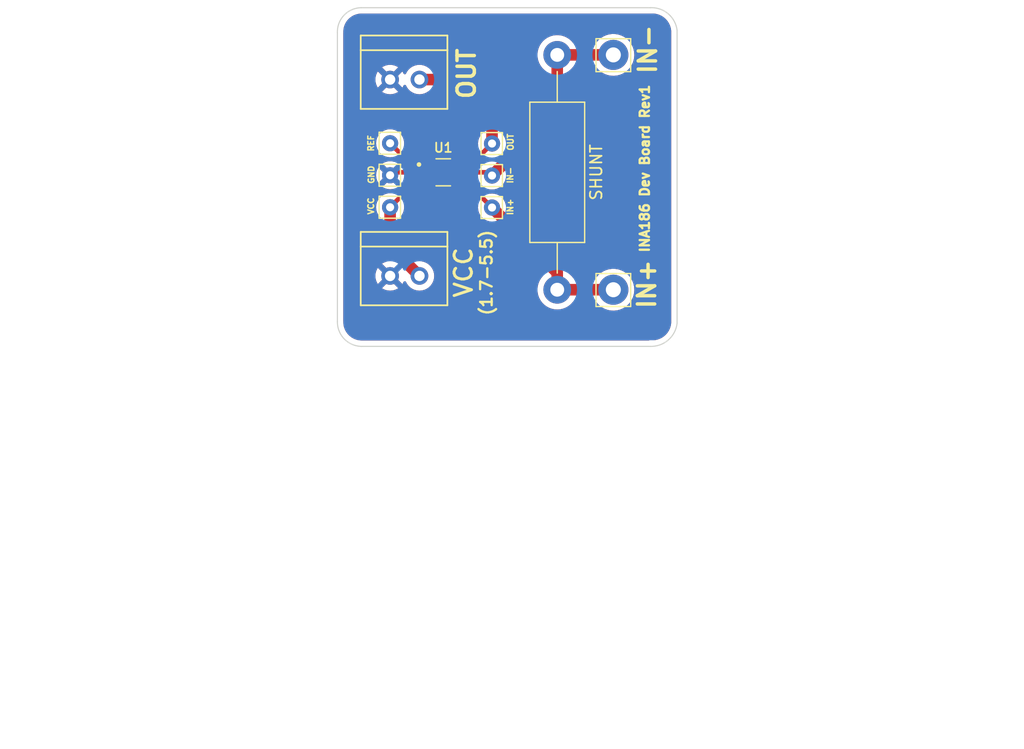
<source format=kicad_pcb>
(kicad_pcb (version 20211014) (generator pcbnew)
  (layers (0 "F.Cu" signal) (31 "B.Cu" signal) (34 "B.Paste" user) (35 "F.Paste" user) (36 "B.SilkS" user "B.Silkscreen") (37 "F.SilkS" user "F.Silkscreen") (38 "B.Mask" user) (39 "F.Mask" user) (44 "Edge.Cuts" user))
  (net 0 "")
  (net 1 "REF")
  (net 2 "GND")
  (net 3 "VCC")
  (net 4 "OUT")
  (net 5 "Net-(U1-Pad5)")
  (net 6 "Net-(U1-Pad4)")
  (net 7 "Net-(R1-Pad1)")
  (net 8 "Net-(R1-Pad2)")
  (footprint "Connector_Pin:Pin_D1.3mm_L11.3mm_W2.8mm_Flat" (layer "F.Cu") (at 74.1934 44.7548)
    (fp_text reference "" (at 0 2.25) (layer "F.SilkS"))
    (fp_text value "")
    (fp_line (start -1.5 -1.4) (end 1.5 -1.4) (layer "F.SilkS") (width 0.12))
    (fp_line (start -1.5 1.45) (end 1.5 1.45) (layer "F.SilkS") (width 0.12))
    (fp_line (start -1.5 -1.4) (end -1.5 1.45) (layer "F.SilkS") (width 0.12))
    (fp_line (start 1.5 -1.4) (end 1.5 1.45) (layer "F.SilkS") (width 0.12))
    (pad "1" thru_hole circle (at 0 0) (size 2.6 2.6) (drill 1.3) (layers *.Cu *.Mask) (net 6 "Net-(U1-Pad4)"))
  )
  (footprint "Resistor_THT:R_Axial_DIN0414_L11.9mm_D4.5mm_P20.32mm_Horizontal" (layer "F.Cu") (at 69.342 24.4348 -90)
    (fp_text reference "SHUNT" (at 10.16 -3.37 90) (layer "F.SilkS"))
    (fp_text value "R1")
    (fp_line (start 4.09 -2.37) (end 4.09 2.37) (layer "F.SilkS") (width 0.12))
    (fp_line (start 16.23 2.37) (end 16.23 -2.37) (layer "F.SilkS") (width 0.12))
    (fp_line (start 18.88 0) (end 16.23 0) (layer "F.SilkS") (width 0.12))
    (fp_line (start 16.23 -2.37) (end 4.09 -2.37) (layer "F.SilkS") (width 0.12))
    (fp_line (start 1.44 0) (end 4.09 0) (layer "F.SilkS") (width 0.12))
    (fp_line (start 4.09 2.37) (end 16.23 2.37) (layer "F.SilkS") (width 0.12))
    (pad "1" thru_hole circle (at 0 0 270) (size 2.4 2.4) (drill 1.2) (layers *.Cu *.Mask) (net 5 "Net-(U1-Pad5)"))
    (pad "2" thru_hole oval (at 20.32 0 270) (size 2.4 2.4) (drill 1.2) (layers *.Cu *.Mask) (net 6 "Net-(U1-Pad4)"))
  )
  (footprint "Connector_Pin:Pin_D1.3mm_L11.3mm_W2.8mm_Flat" (layer "F.Cu") (at 74.1934 24.4348)
    (fp_text reference "" (at 0 2.25) (layer "F.SilkS"))
    (fp_text value "")
    (fp_line (start -1.5 1.45) (end 1.5 1.45) (layer "F.SilkS") (width 0.12))
    (fp_line (start -1.5 -1.4) (end -1.5 1.45) (layer "F.SilkS") (width 0.12))
    (fp_line (start -1.5 -1.4) (end 1.5 -1.4) (layer "F.SilkS") (width 0.12))
    (fp_line (start 1.5 -1.4) (end 1.5 1.45) (layer "F.SilkS") (width 0.12))
    (pad "1" thru_hole circle (at 0 0) (size 2.6 2.6) (drill 1.3) (layers *.Cu *.Mask) (net 5 "Net-(U1-Pad5)"))
  )
  (footprint "Connector_Pin:Pin_D0.7mm_L6.5mm_W1.8mm_FlatFork" (layer "F.Cu") (at 63.7032 34.8742)
    (fp_text reference "" (at -3.5052 -0.9652 90) (layer "F.SilkS"))
    (fp_text value "")
    (fp_line (start 0.9 -0.9) (end 0.9 -0.95) (layer "F.SilkS") (width 0.12))
    (fp_line (start 0.9 0.95) (end 0.9 -0.9) (layer "F.SilkS") (width 0.12))
    (fp_line (start -0.95 -0.95) (end -0.95 0.95) (layer "F.SilkS") (width 0.12))
    (fp_line (start -0.95 0.95) (end 0.9 0.95) (layer "F.SilkS") (width 0.12))
    (fp_line (start 0.9 -0.95) (end -0.95 -0.95) (layer "F.SilkS") (width 0.12))
    (pad "1" thru_hole circle (at 0 0) (size 1.4 1.4) (drill 0.7) (layers *.Cu *.Mask) (net 5 "Net-(U1-Pad5)"))
  )
  (footprint "Connector_Pin:Pin_D0.7mm_L6.5mm_W1.8mm_FlatFork" (layer "F.Cu") (at 54.8894 32.0802)
    (fp_text reference "" (at -3.5052 -2.4892 270) (layer "F.SilkS"))
    (fp_text value "")
    (fp_line (start -0.95 -0.95) (end -0.95 0.95) (layer "F.SilkS") (width 0.12))
    (fp_line (start 0.9 -0.9) (end 0.9 -0.95) (layer "F.SilkS") (width 0.12))
    (fp_line (start -0.95 0.95) (end 0.9 0.95) (layer "F.SilkS") (width 0.12))
    (fp_line (start 0.9 -0.95) (end -0.95 -0.95) (layer "F.SilkS") (width 0.12))
    (fp_line (start 0.9 0.95) (end 0.9 -0.9) (layer "F.SilkS") (width 0.12))
    (pad "1" thru_hole circle (at 0 0) (size 1.4 1.4) (drill 0.7) (layers *.Cu *.Mask) (net 1 "REF"))
  )
  (footprint "Connector_Pin:Pin_D0.7mm_L6.5mm_W1.8mm_FlatFork" (layer "F.Cu") (at 54.8894 34.8488)
    (fp_text reference "" (at -3.5052 -0.9652 90) (layer "F.SilkS"))
    (fp_text value "")
    (fp_line (start -0.95 0.95) (end 0.9 0.95) (layer "F.SilkS") (width 0.12))
    (fp_line (start 0.9 -0.95) (end -0.95 -0.95) (layer "F.SilkS") (width 0.12))
    (fp_line (start 0.9 -0.9) (end 0.9 -0.95) (layer "F.SilkS") (width 0.12))
    (fp_line (start -0.95 -0.95) (end -0.95 0.95) (layer "F.SilkS") (width 0.12))
    (fp_line (start 0.9 0.95) (end 0.9 -0.9) (layer "F.SilkS") (width 0.12))
    (pad "1" thru_hole circle (at 0 0) (size 1.4 1.4) (drill 0.7) (layers *.Cu *.Mask) (net 2 "GND"))
  )
  (footprint "Connector_Pin:Pin_D0.7mm_L6.5mm_W1.8mm_FlatFork" (layer "F.Cu") (at 54.8894 37.6174)
    (fp_text reference "" (at -3.4798 0.508 90) (layer "F.SilkS"))
    (fp_text value "")
    (fp_line (start -0.95 -0.95) (end -0.95 0.95) (layer "F.SilkS") (width 0.12))
    (fp_line (start 0.9 -0.95) (end -0.95 -0.95) (layer "F.SilkS") (width 0.12))
    (fp_line (start 0.9 -0.9) (end 0.9 -0.95) (layer "F.SilkS") (width 0.12))
    (fp_line (start -0.95 0.95) (end 0.9 0.95) (layer "F.SilkS") (width 0.12))
    (fp_line (start 0.9 0.95) (end 0.9 -0.9) (layer "F.SilkS") (width 0.12))
    (pad "1" thru_hole circle (at 0 0) (size 1.4 1.4) (drill 0.7) (layers *.Cu *.Mask) (net 3 "VCC"))
  )
  (footprint "MRDT_Connectors:MOLEX_SL_02_Vertical" (layer "F.Cu") (at 54.8894 26.5684)
    (fp_text reference "REF**" hide)
    (fp_text value "MOLEX_SL_2_Vertical")
    (fp_line (start 4.953 -2.54) (end 4.953 2.54) (layer "F.SilkS") (width 0.15))
    (fp_line (start 4.953 -3.81) (end 4.953 -2.54) (layer "F.SilkS") (width 0.15))
    (fp_line (start -2.54 -3.81) (end 4.953 -3.81) (layer "F.SilkS") (width 0.15))
    (fp_line (start 4.953 2.54) (end -2.54 2.54) (layer "F.SilkS") (width 0.15))
    (fp_line (start -2.54 -2.54) (end -2.54 -3.81) (layer "F.SilkS") (width 0.15))
    (fp_line (start -2.54 -2.54) (end -2.54 2.54) (layer "F.SilkS") (width 0.15))
    (fp_line (start -2.54 -2.54) (end 4.953 -2.54) (layer "F.SilkS") (width 0.15))
    (pad "1" thru_hole circle locked (at 0 0) (size 1.524 1.524) (drill 0.9) (layers *.Cu *.Mask) (net 2 "GND"))
    (pad "2" thru_hole circle locked (at 2.54 0) (size 1.524 1.524) (drill 0.9) (layers *.Cu *.Mask) (net 4 "OUT"))
  )
  (footprint "MRDT_Connectors:MOLEX_SL_02_Vertical" (layer "F.Cu") (at 54.8894 43.561)
    (fp_text reference "REF**" hide)
    (fp_text value "MOLEX_SL_2_Vertical")
    (fp_line (start 4.953 2.54) (end -2.54 2.54) (layer "F.SilkS") (width 0.15))
    (fp_line (start -2.54 -3.81) (end 4.953 -3.81) (layer "F.SilkS") (width 0.15))
    (fp_line (start 4.953 -3.81) (end 4.953 -2.54) (layer "F.SilkS") (width 0.15))
    (fp_line (start -2.54 -2.54) (end 4.953 -2.54) (layer "F.SilkS") (width 0.15))
    (fp_line (start -2.54 -2.54) (end -2.54 2.54) (layer "F.SilkS") (width 0.15))
    (fp_line (start -2.54 -2.54) (end -2.54 -3.81) (layer "F.SilkS") (width 0.15))
    (fp_line (start 4.953 -2.54) (end 4.953 2.54) (layer "F.SilkS") (width 0.15))
    (pad "1" thru_hole circle locked (at 0 0) (size 1.524 1.524) (drill 0.9) (layers *.Cu *.Mask) (net 2 "GND"))
    (pad "2" thru_hole circle locked (at 2.54 0) (size 1.524 1.524) (drill 0.9) (layers *.Cu *.Mask) (net 3 "VCC"))
  )
  (footprint "Connector_Pin:Pin_D0.7mm_L6.5mm_W1.8mm_FlatFork" (layer "F.Cu") (at 63.7032 32.1056)
    (fp_text reference "" (at -3.5052 -2.4892 270) (layer "F.SilkS"))
    (fp_text value "")
    (fp_line (start -0.95 -0.95) (end -0.95 0.95) (layer "F.SilkS") (width 0.12))
    (fp_line (start 0.9 -0.9) (end 0.9 -0.95) (layer "F.SilkS") (width 0.12))
    (fp_line (start -0.95 0.95) (end 0.9 0.95) (layer "F.SilkS") (width 0.12))
    (fp_line (start 0.9 -0.95) (end -0.95 -0.95) (layer "F.SilkS") (width 0.12))
    (fp_line (start 0.9 0.95) (end 0.9 -0.9) (layer "F.SilkS") (width 0.12))
    (pad "1" thru_hole circle (at 0 0) (size 1.4 1.4) (drill 0.7) (layers *.Cu *.Mask) (net 4 "OUT"))
  )
  (footprint "Connector_Pin:Pin_D0.7mm_L6.5mm_W1.8mm_FlatFork" (layer "F.Cu") (at 63.7032 37.6428)
    (fp_text reference "" (at -3.4798 0.508 90) (layer "F.SilkS"))
    (fp_text value "")
    (fp_line (start 0.9 -0.9) (end 0.9 -0.95) (layer "F.SilkS") (width 0.12))
    (fp_line (start -0.95 -0.95) (end -0.95 0.95) (layer "F.SilkS") (width 0.12))
    (fp_line (start 0.9 0.95) (end 0.9 -0.9) (layer "F.SilkS") (width 0.12))
    (fp_line (start -0.95 0.95) (end 0.9 0.95) (layer "F.SilkS") (width 0.12))
    (fp_line (start 0.9 -0.95) (end -0.95 -0.95) (layer "F.SilkS") (width 0.12))
    (pad "1" thru_hole circle (at 0 0) (size 1.4 1.4) (drill 0.7) (layers *.Cu *.Mask) (net 6 "Net-(U1-Pad4)"))
  )
  (footprint "MRDT_Research:INA186" (layer "F.Cu") (at 59.4868 34.5948)
    (fp_text reference "U1" (at 0 -2.13) (layer "F.SilkS") (effects (font (size 0.8 0.8))))
    (fp_text value "INA186")
    (fp_line (start -0.625 -1.17) (end 0.625 -1.17) (layer "F.SilkS") (width 0.127))
    (fp_line (start -0.625 1.17) (end 0.625 1.17) (layer "F.SilkS") (width 0.127))
    (fp_circle (center -2.1 -0.675) (end -2 -0.675) (layer "F.SilkS") (width 0.2) (fill none))
    (pad "1" smd roundrect (at -1.1 -0.65) (size 0.9 0.4) (layers "F.Cu" "F.Paste" "F.Mask") (roundrect_rratio 0.05) (net 1 "REF"))
    (pad "2" smd roundrect (at -1.1 0) (size 0.9 0.4) (layers "F.Cu" "F.Paste" "F.Mask") (roundrect_rratio 0.05) (net 2 "GND"))
    (pad "3" smd roundrect (at -1.1 0.65) (size 0.9 0.4) (layers "F.Cu" "F.Paste" "F.Mask") (roundrect_rratio 0.05) (net 3 "VCC"))
    (pad "4" smd roundrect (at 1.1 0.65) (size 0.9 0.4) (layers "F.Cu" "F.Paste" "F.Mask") (roundrect_rratio 0.05) (net 8 "Net-(R1-Pad2)"))
    (pad "5" smd roundrect (at 1.1 0) (size 0.9 0.4) (layers "F.Cu" "F.Paste" "F.Mask") (roundrect_rratio 0.05) (net 7 "Net-(R1-Pad1)"))
    (pad "6" smd roundrect (at 1.1 -0.65) (size 0.9 0.4) (layers "F.Cu" "F.Paste" "F.Mask") (roundrect_rratio 0.05) (net 4 "OUT"))
  )
  (gr_line (start 50.333743 22.503174) (end 50.333743 47.502937) (layer "Edge.Cuts") (width 0.1))
  (gr_line (start 52.391142 20.3518) (end 77.391142 20.3518) (layer "Edge.Cuts") (width 0.1))
  (gr_line (start 79.703866 22.306164) (end 79.703866 47.653482) (layer "Edge.Cuts") (width 0.1))
  (gr_arc (start 79.703866 47.653482) (mid 78.939037 49.106463) (end 77.391142 49.654311) (layer "Edge.Cuts") (width 0.1))
  (gr_line (start 77.391142 49.654311) (end 52.391142 49.654311) (layer "Edge.Cuts") (width 0.1))
  (gr_arc (start 52.391142 49.654311) (mid 50.917428 49.004199) (end 50.333743 47.502937) (layer "Edge.Cuts") (width 0.1))
  (gr_arc (start 77.391142 20.3518) (mid 78.931737 20.874294) (end 79.703866 22.306164) (layer "Edge.Cuts") (width 0.1))
  (gr_arc (start 50.333743 22.503174) (mid 50.911651 20.996386) (end 52.391142 20.3518) (layer "Edge.Cuts") (width 0.1))
  (gr_text "IN+\n" (at 65.278 37.592 90) (layer "F.SilkS") (effects (font (size 0.5 0.5) (thickness 0.125))))
  (gr_text "VCC" (at 61.2394 43.2562 90) (layer "F.SilkS") (effects (font (size 1.5 1.5) (thickness 0.25))))
  (gr_text "IN+" (at 77.089 44.2722 90) (layer "F.SilkS") (effects (font (size 1.5 1.5) (thickness 0.3))))
  (gr_text "OUT" (at 65.3034 31.9786 90) (layer "F.SilkS") (effects (font (size 0.5 0.5) (thickness 0.125))))
  (gr_text "IN-" (at 77.1652 23.9522 90) (layer "F.SilkS") (effects (font (size 1.5 1.5) (thickness 0.3))))
  (gr_text "IN-\n" (at 65.278 34.8488 90) (layer "F.SilkS") (effects (font (size 0.5 0.5) (thickness 0.125))))
  (gr_text "REF" (at 53.2384 32.0802 90) (layer "F.SilkS") (effects (font (size 0.5 0.5) (thickness 0.125))))
  (gr_text "INA186 Dev Board Rev1" (at 76.9112 34.2646 90) (layer "F.SilkS") (effects (font (size 0.8 0.8) (thickness 0.2))))
  (gr_text "OUT" (at 61.4934 26.0604 90) (layer "F.SilkS") (effects (font (size 1.5 1.5) (thickness 0.3))))
  (gr_text "(1.7-5.5)" (at 63.2206 43.2816 90) (layer "F.SilkS") (effects (font (size 1 1) (thickness 0.2))))
  (gr_text "VCC\n" (at 53.2384 37.5158 90) (layer "F.SilkS") (effects (font (size 0.5 0.5) (thickness 0.125))))
  (gr_text "GND\n" (at 53.2638 34.798 90) (layer "F.SilkS") (effects (font (size 0.5 0.5) (thickness 0.125))))
  (segment (start 56.754 33.9448) (end 54.8894 32.0802) (width 0.4) (layer "F.Cu") (net 1))
  (segment (start 58.3868 33.9448) (end 56.754 33.9448) (width 0.4) (layer "F.Cu") (net 1))
  (segment (start 55.1434 34.5948) (end 58.3868 34.5948) (width 0.4) (layer "F.Cu") (net 2))
  (segment (start 54.8894 34.8488) (end 55.1434 34.5948) (width 0.4) (layer "F.Cu") (net 2))
  (segment (start 57.262 35.2448) (end 58.3868 35.2448) (width 0.4) (layer "F.Cu") (net 3))
  (segment (start 54.8894 40.9702) (end 54.8894 37.6174) (width 1) (layer "F.Cu") (net 3))
  (segment (start 54.9656 41.0464) (end 54.8894 40.9702) (width 1) (layer "F.Cu") (net 3))
  (segment (start 54.9656 41.0972) (end 54.9656 41.0464) (width 1) (layer "F.Cu") (net 3))
  (segment (start 57.4294 43.561) (end 54.9656 41.0972) (width 1) (layer "F.Cu") (net 3))
  (segment (start 54.8894 37.6174) (end 57.262 35.2448) (width 0.4) (layer "F.Cu") (net 3))
  (segment (start 60.5868 33.9448) (end 61.864 33.9448) (width 0.4) (layer "F.Cu") (net 4))
  (segment (start 57.4294 26.5684) (end 62.1538 26.5684) (width 1) (layer "F.Cu") (net 4))
  (segment (start 63.7032 28.1178) (end 63.7032 32.1056) (width 1) (layer "F.Cu") (net 4))
  (segment (start 61.864 33.9448) (end 63.7032 32.1056) (width 0.4) (layer "F.Cu") (net 4))
  (segment (start 62.1538 26.5684) (end 63.7032 28.1178) (width 1) (layer "F.Cu") (net 4))
  (segment (start 63.4238 34.5948) (end 63.7032 34.8742) (width 0.4) (layer "F.Cu") (net 5))
  (segment (start 69.342 24.4348) (end 69.342 29.2354) (width 1) (layer "F.Cu") (net 5))
  (segment (start 69.342 29.2354) (end 63.7032 34.8742) (width 1) (layer "F.Cu") (net 5))
  (segment (start 60.5868 34.5948) (end 63.4238 34.5948) (width 0.4) (layer "F.Cu") (net 5))
  (segment (start 69.342 24.4348) (end 74.1934 24.4348) (width 1) (layer "F.Cu") (net 5))
  (segment (start 69.342 44.7548) (end 69.342 43.2816) (width 1) (layer "F.Cu") (net 6))
  (segment (start 69.342 44.7548) (end 74.1934 44.7548) (width 1) (layer "F.Cu") (net 6))
  (segment (start 61.3052 35.2448) (end 63.7032 37.6428) (width 0.4) (layer "F.Cu") (net 6))
  (segment (start 69.342 43.2816) (end 63.7032 37.6428) (width 1) (layer "F.Cu") (net 6))
  (segment (start 60.5868 35.2448) (end 61.3052 35.2448) (width 0.4) (layer "F.Cu") (net 6))
  (zone (net 2) (net_name "GND") (layers F&B.Cu) (connect_pads (clearance 0.508)) (min_thickness 0.254) (fill yes (thermal_gap 0.508) (thermal_bridge_width 0.508))
    (polygon (pts (xy 80.4164 19.685) (xy 80.772 50.0634) (xy 49.6316 50.3936) (xy 49.8094 19.685)))
  )
)
</source>
